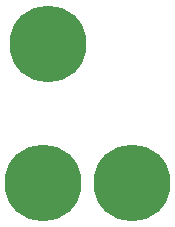
<source format=gbr>
%TF.GenerationSoftware,KiCad,Pcbnew,(5.1.6)-1*%
%TF.CreationDate,2021-05-10T20:56:14-04:00*%
%TF.ProjectId,magswitch,6d616773-7769-4746-9368-2e6b69636164,rev?*%
%TF.SameCoordinates,Original*%
%TF.FileFunction,Soldermask,Bot*%
%TF.FilePolarity,Negative*%
%FSLAX46Y46*%
G04 Gerber Fmt 4.6, Leading zero omitted, Abs format (unit mm)*
G04 Created by KiCad (PCBNEW (5.1.6)-1) date 2021-05-10 20:56:14*
%MOMM*%
%LPD*%
G01*
G04 APERTURE LIST*
%ADD10C,0.900000*%
%ADD11C,6.500000*%
G04 APERTURE END LIST*
D10*
%TO.C,H3*%
X-1653204Y16698296D03*
X-3350260Y17401240D03*
X-5047316Y16698296D03*
X-5750260Y15001240D03*
X-5047316Y13304184D03*
X-3350260Y12601240D03*
X-1653204Y13304184D03*
X-950260Y15001240D03*
D11*
X-3350260Y15001240D03*
%TD*%
D10*
%TO.C,H2*%
X5496896Y4897456D03*
X3799840Y5600400D03*
X2102784Y4897456D03*
X1399840Y3200400D03*
X2102784Y1503344D03*
X3799840Y800400D03*
X5496896Y1503344D03*
X6199840Y3200400D03*
D11*
X3799840Y3200400D03*
%TD*%
D10*
%TO.C,H1*%
X-2102784Y4897456D03*
X-3799840Y5600400D03*
X-5496896Y4897456D03*
X-6199840Y3200400D03*
X-5496896Y1503344D03*
X-3799840Y800400D03*
X-2102784Y1503344D03*
X-1399840Y3200400D03*
D11*
X-3799840Y3200400D03*
%TD*%
M02*

</source>
